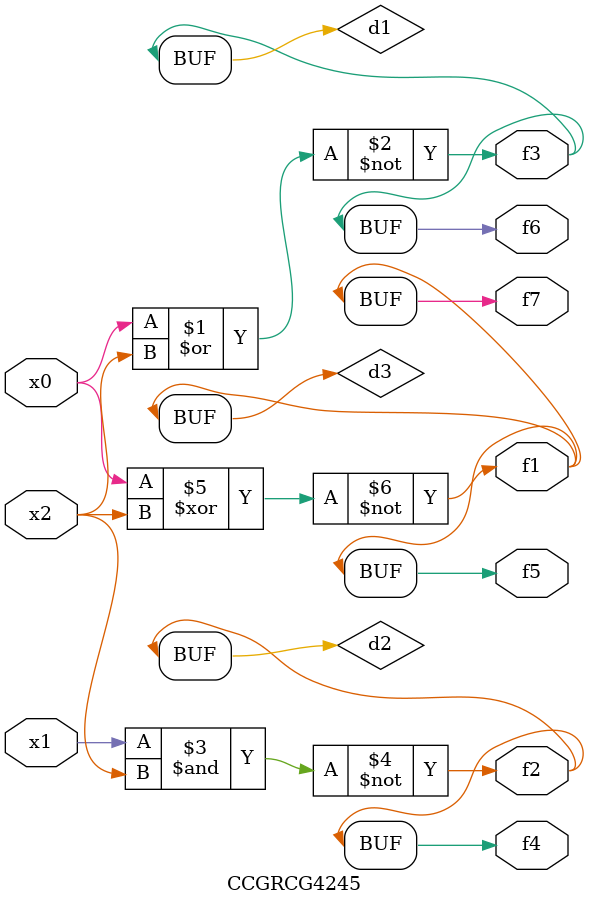
<source format=v>
module CCGRCG4245(
	input x0, x1, x2,
	output f1, f2, f3, f4, f5, f6, f7
);

	wire d1, d2, d3;

	nor (d1, x0, x2);
	nand (d2, x1, x2);
	xnor (d3, x0, x2);
	assign f1 = d3;
	assign f2 = d2;
	assign f3 = d1;
	assign f4 = d2;
	assign f5 = d3;
	assign f6 = d1;
	assign f7 = d3;
endmodule

</source>
